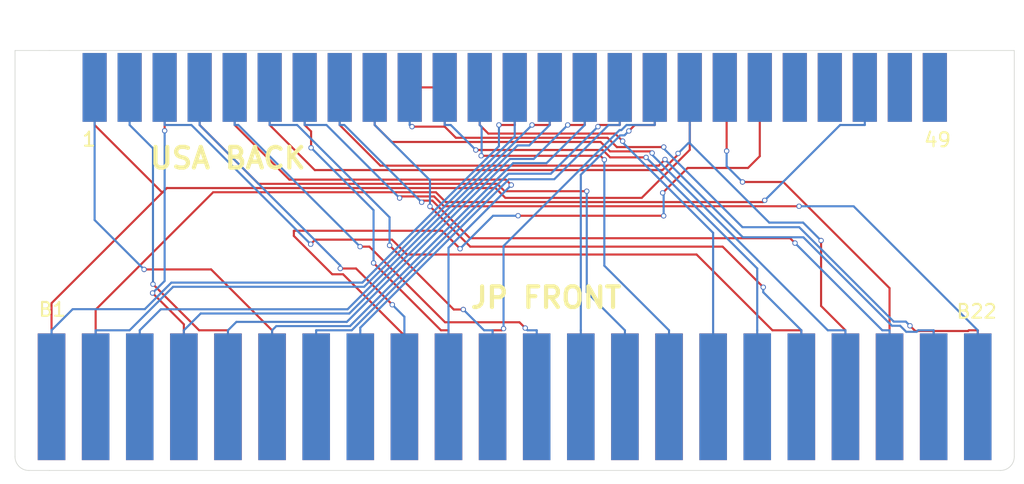
<source format=kicad_pcb>
(kicad_pcb (version 20171130) (host pcbnew "(5.1.7)-1")

  (general
    (thickness 1.6)
    (drawings 14)
    (tracks 359)
    (zones 0)
    (modules 4)
    (nets 56)
  )

  (page A4)
  (layers
    (0 F.Cu signal)
    (31 B.Cu signal)
    (32 B.Adhes user)
    (33 F.Adhes user)
    (34 B.Paste user)
    (35 F.Paste user)
    (36 B.SilkS user)
    (37 F.SilkS user)
    (38 B.Mask user)
    (39 F.Mask user)
    (40 Dwgs.User user)
    (41 Cmts.User user hide)
    (42 Eco1.User user)
    (43 Eco2.User user)
    (44 Edge.Cuts user)
    (45 Margin user)
    (46 B.CrtYd user)
    (47 F.CrtYd user)
    (48 B.Fab user)
    (49 F.Fab user)
  )

  (setup
    (last_trace_width 0.1524)
    (user_trace_width 0.1524)
    (trace_clearance 0.1524)
    (zone_clearance 0.508)
    (zone_45_only no)
    (trace_min 0.1524)
    (via_size 0.381)
    (via_drill 0.254)
    (via_min_size 0.381)
    (via_min_drill 0.254)
    (user_via 0.381 0.254)
    (uvia_size 0.3)
    (uvia_drill 0.1)
    (uvias_allowed no)
    (uvia_min_size 0.2)
    (uvia_min_drill 0.1)
    (edge_width 0.05)
    (segment_width 0.2)
    (pcb_text_width 0.3)
    (pcb_text_size 1.5 1.5)
    (mod_edge_width 0.12)
    (mod_text_size 1 1)
    (mod_text_width 0.15)
    (pad_size 1.524 1.524)
    (pad_drill 0.762)
    (pad_to_mask_clearance 0)
    (aux_axis_origin 0 0)
    (visible_elements FFFFFF7F)
    (pcbplotparams
      (layerselection 0x010fc_ffffffff)
      (usegerberextensions true)
      (usegerberattributes false)
      (usegerberadvancedattributes false)
      (creategerberjobfile false)
      (excludeedgelayer true)
      (linewidth 0.100000)
      (plotframeref false)
      (viasonmask false)
      (mode 1)
      (useauxorigin false)
      (hpglpennumber 1)
      (hpglpenspeed 20)
      (hpglpendiameter 15.000000)
      (psnegative false)
      (psa4output false)
      (plotreference true)
      (plotvalue true)
      (plotinvisibletext false)
      (padsonsilk false)
      (subtractmaskfromsilk false)
      (outputformat 1)
      (mirror false)
      (drillshape 0)
      (scaleselection 1)
      (outputdirectory "oshpark/"))
  )

  (net 0 "")
  (net 1 "Net-(J1-Pad22)")
  (net 2 "Net-(J1-Pad21)")
  (net 3 "Net-(J1-Pad20)")
  (net 4 "Net-(J1-Pad19)")
  (net 5 "Net-(J1-Pad18)")
  (net 6 "Net-(J1-Pad17)")
  (net 7 "Net-(J1-Pad16)")
  (net 8 "Net-(J1-Pad15)")
  (net 9 "Net-(J1-Pad14)")
  (net 10 "Net-(J1-Pad13)")
  (net 11 "Net-(J1-Pad12)")
  (net 12 "Net-(J1-Pad11)")
  (net 13 "Net-(J1-Pad10)")
  (net 14 "Net-(J1-Pad9)")
  (net 15 "Net-(J1-Pad8)")
  (net 16 "Net-(J1-Pad7)")
  (net 17 "Net-(J1-Pad6)")
  (net 18 "Net-(J1-Pad5)")
  (net 19 "Net-(J1-Pad4)")
  (net 20 "Net-(J1-Pad3)")
  (net 21 "Net-(J1-Pad2)")
  (net 22 "Net-(J1-Pad1)")
  (net 23 "Net-(J2-Pad21)")
  (net 24 "Net-(J2-Pad20)")
  (net 25 "Net-(J2-Pad19)")
  (net 26 "Net-(J2-Pad18)")
  (net 27 "Net-(J2-Pad17)")
  (net 28 "Net-(J2-Pad16)")
  (net 29 "Net-(J2-Pad15)")
  (net 30 "Net-(J2-Pad14)")
  (net 31 "Net-(J2-Pad13)")
  (net 32 "Net-(J2-Pad12)")
  (net 33 "Net-(J2-Pad11)")
  (net 34 "Net-(J2-Pad10)")
  (net 35 "Net-(J2-Pad9)")
  (net 36 "Net-(J2-Pad8)")
  (net 37 "Net-(J2-Pad7)")
  (net 38 "Net-(J2-Pad6)")
  (net 39 "Net-(J2-Pad5)")
  (net 40 "Net-(J2-Pad4)")
  (net 41 "Net-(J2-Pad3)")
  (net 42 "Net-(J2-Pad2)")
  (net 43 "Net-(J2-Pad1)")
  (net 44 "Net-(J3-Pad25)")
  (net 45 "Net-(J3-Pad24)")
  (net 46 "Net-(J3-Pad23)")
  (net 47 "Net-(J3-Pad22)")
  (net 48 "Net-(J3-Pad21)")
  (net 49 "Net-(J3-Pad2)")
  (net 50 "Net-(J4-Pad25)")
  (net 51 "Net-(J4-Pad24)")
  (net 52 "Net-(J4-Pad22)")
  (net 53 "Net-(J4-Pad21)")
  (net 54 "Net-(J4-Pad20)")
  (net 55 "Net-(J4-Pad19)")

  (net_class Default "This is the default net class."
    (clearance 0.1524)
    (trace_width 0.1524)
    (via_dia 0.381)
    (via_drill 0.254)
    (uvia_dia 0.3)
    (uvia_drill 0.1)
    (add_net "Net-(J1-Pad1)")
    (add_net "Net-(J1-Pad10)")
    (add_net "Net-(J1-Pad11)")
    (add_net "Net-(J1-Pad12)")
    (add_net "Net-(J1-Pad13)")
    (add_net "Net-(J1-Pad14)")
    (add_net "Net-(J1-Pad15)")
    (add_net "Net-(J1-Pad16)")
    (add_net "Net-(J1-Pad17)")
    (add_net "Net-(J1-Pad18)")
    (add_net "Net-(J1-Pad19)")
    (add_net "Net-(J1-Pad2)")
    (add_net "Net-(J1-Pad20)")
    (add_net "Net-(J1-Pad21)")
    (add_net "Net-(J1-Pad22)")
    (add_net "Net-(J1-Pad3)")
    (add_net "Net-(J1-Pad4)")
    (add_net "Net-(J1-Pad5)")
    (add_net "Net-(J1-Pad6)")
    (add_net "Net-(J1-Pad7)")
    (add_net "Net-(J1-Pad8)")
    (add_net "Net-(J1-Pad9)")
    (add_net "Net-(J2-Pad1)")
    (add_net "Net-(J2-Pad10)")
    (add_net "Net-(J2-Pad11)")
    (add_net "Net-(J2-Pad12)")
    (add_net "Net-(J2-Pad13)")
    (add_net "Net-(J2-Pad14)")
    (add_net "Net-(J2-Pad15)")
    (add_net "Net-(J2-Pad16)")
    (add_net "Net-(J2-Pad17)")
    (add_net "Net-(J2-Pad18)")
    (add_net "Net-(J2-Pad19)")
    (add_net "Net-(J2-Pad2)")
    (add_net "Net-(J2-Pad20)")
    (add_net "Net-(J2-Pad21)")
    (add_net "Net-(J2-Pad3)")
    (add_net "Net-(J2-Pad4)")
    (add_net "Net-(J2-Pad5)")
    (add_net "Net-(J2-Pad6)")
    (add_net "Net-(J2-Pad7)")
    (add_net "Net-(J2-Pad8)")
    (add_net "Net-(J2-Pad9)")
    (add_net "Net-(J3-Pad2)")
    (add_net "Net-(J3-Pad21)")
    (add_net "Net-(J3-Pad22)")
    (add_net "Net-(J3-Pad23)")
    (add_net "Net-(J3-Pad24)")
    (add_net "Net-(J3-Pad25)")
    (add_net "Net-(J4-Pad19)")
    (add_net "Net-(J4-Pad20)")
    (add_net "Net-(J4-Pad21)")
    (add_net "Net-(J4-Pad22)")
    (add_net "Net-(J4-Pad24)")
    (add_net "Net-(J4-Pad25)")
  )

  (module sms2mk3:US_SMS (layer B.Cu) (tedit 63EF240F) (tstamp 63EFC6E9)
    (at 142.9 87.68)
    (path /63EF849B)
    (fp_text reference J4 (at 0.875 7) (layer Cmts.User)
      (effects (font (size 1 1) (thickness 0.15)) (justify mirror))
    )
    (fp_text value USA_Even (at 0.875 8) (layer B.Fab)
      (effects (font (size 1 1) (thickness 0.15)) (justify mirror))
    )
    (pad 25 smd rect (at 61.835 2.5) (size 1.75 5) (layers B.Cu B.Paste B.Mask)
      (net 50 "Net-(J4-Pad25)"))
    (pad 24 smd rect (at 59.295 2.5) (size 1.75 5) (layers B.Cu B.Paste B.Mask)
      (net 51 "Net-(J4-Pad24)"))
    (pad 23 smd rect (at 56.755 2.5) (size 1.75 5) (layers B.Cu B.Paste B.Mask)
      (net 42 "Net-(J2-Pad2)"))
    (pad 22 smd rect (at 54.215 2.5) (size 1.75 5) (layers B.Cu B.Paste B.Mask)
      (net 52 "Net-(J4-Pad22)"))
    (pad 21 smd rect (at 51.675 2.5) (size 1.75 5) (layers B.Cu B.Paste B.Mask)
      (net 53 "Net-(J4-Pad21)"))
    (pad 20 smd rect (at 49.135 2.5) (size 1.75 5) (layers B.Cu B.Paste B.Mask)
      (net 54 "Net-(J4-Pad20)"))
    (pad 19 smd rect (at 46.595 2.5) (size 1.75 5) (layers B.Cu B.Paste B.Mask)
      (net 55 "Net-(J4-Pad19)"))
    (pad 18 smd rect (at 44.055 2.5) (size 1.75 5) (layers B.Cu B.Paste B.Mask)
      (net 25 "Net-(J2-Pad19)"))
    (pad 17 smd rect (at 41.515 2.5) (size 1.75 5) (layers B.Cu B.Paste B.Mask)
      (net 33 "Net-(J2-Pad11)"))
    (pad 16 smd rect (at 38.975 2.5) (size 1.75 5) (layers B.Cu B.Paste B.Mask)
      (net 15 "Net-(J1-Pad8)"))
    (pad 15 smd rect (at 36.435 2.5) (size 1.75 5) (layers B.Cu B.Paste B.Mask)
      (net 17 "Net-(J1-Pad6)"))
    (pad 14 smd rect (at 33.895 2.5) (size 1.75 5) (layers B.Cu B.Paste B.Mask)
      (net 19 "Net-(J1-Pad4)"))
    (pad 13 smd rect (at 31.355 2.5) (size 1.75 5) (layers B.Cu B.Paste B.Mask)
      (net 21 "Net-(J1-Pad2)"))
    (pad 12 smd rect (at 28.815 2.5) (size 1.75 5) (layers B.Cu B.Paste B.Mask)
      (net 8 "Net-(J1-Pad15)"))
    (pad 11 smd rect (at 26.275 2.5) (size 1.75 5) (layers B.Cu B.Paste B.Mask)
      (net 6 "Net-(J1-Pad17)"))
    (pad 10 smd rect (at 23.735 2.5) (size 1.75 5) (layers B.Cu B.Paste B.Mask)
      (net 23 "Net-(J2-Pad21)"))
    (pad 9 smd rect (at 21.195 2.5) (size 1.75 5) (layers B.Cu B.Paste B.Mask)
      (net 5 "Net-(J1-Pad18)"))
    (pad 8 smd rect (at 18.655 2.5) (size 1.75 5) (layers B.Cu B.Paste B.Mask)
      (net 3 "Net-(J1-Pad20)"))
    (pad 7 smd rect (at 16.115 2.5) (size 1.75 5) (layers B.Cu B.Paste B.Mask)
      (net 1 "Net-(J1-Pad22)"))
    (pad 6 smd rect (at 13.575 2.5) (size 1.75 5) (layers B.Cu B.Paste B.Mask)
      (net 12 "Net-(J1-Pad11)"))
    (pad 5 smd rect (at 11.035 2.5) (size 1.75 5) (layers B.Cu B.Paste B.Mask)
      (net 11 "Net-(J1-Pad12)"))
    (pad 4 smd rect (at 8.495 2.5) (size 1.75 5) (layers B.Cu B.Paste B.Mask)
      (net 14 "Net-(J1-Pad9)"))
    (pad 3 smd rect (at 5.955 2.5) (size 1.75 5) (layers B.Cu B.Paste B.Mask)
      (net 26 "Net-(J2-Pad18)"))
    (pad 2 smd rect (at 3.415 2.5) (size 1.75 5) (layers B.Cu B.Paste B.Mask)
      (net 39 "Net-(J2-Pad5)"))
    (pad 1 smd rect (at 0.875 2.5) (size 1.75 5) (layers B.Cu B.Paste B.Mask)
      (net 38 "Net-(J2-Pad6)"))
  )

  (module sms2mk3:US_SMS (layer F.Cu) (tedit 63EF240F) (tstamp 63EFC6CC)
    (at 142.9 92.68)
    (path /63EF73E4)
    (fp_text reference J3 (at 0.875 -7) (layer Cmts.User)
      (effects (font (size 1 1) (thickness 0.15)))
    )
    (fp_text value USA_Odd (at 0.875 -8) (layer F.Fab)
      (effects (font (size 1 1) (thickness 0.15)))
    )
    (pad 25 smd rect (at 61.835 -2.5) (size 1.75 5) (layers F.Cu F.Paste F.Mask)
      (net 44 "Net-(J3-Pad25)"))
    (pad 24 smd rect (at 59.295 -2.5) (size 1.75 5) (layers F.Cu F.Paste F.Mask)
      (net 45 "Net-(J3-Pad24)"))
    (pad 23 smd rect (at 56.755 -2.5) (size 1.75 5) (layers F.Cu F.Paste F.Mask)
      (net 46 "Net-(J3-Pad23)"))
    (pad 22 smd rect (at 54.215 -2.5) (size 1.75 5) (layers F.Cu F.Paste F.Mask)
      (net 47 "Net-(J3-Pad22)"))
    (pad 21 smd rect (at 51.675 -2.5) (size 1.75 5) (layers F.Cu F.Paste F.Mask)
      (net 48 "Net-(J3-Pad21)"))
    (pad 20 smd rect (at 49.135 -2.5) (size 1.75 5) (layers F.Cu F.Paste F.Mask)
      (net 35 "Net-(J2-Pad9)"))
    (pad 19 smd rect (at 46.595 -2.5) (size 1.75 5) (layers F.Cu F.Paste F.Mask)
      (net 24 "Net-(J2-Pad20)"))
    (pad 18 smd rect (at 44.055 -2.5) (size 1.75 5) (layers F.Cu F.Paste F.Mask)
      (net 43 "Net-(J2-Pad1)"))
    (pad 17 smd rect (at 41.515 -2.5) (size 1.75 5) (layers F.Cu F.Paste F.Mask)
      (net 10 "Net-(J1-Pad13)"))
    (pad 16 smd rect (at 38.975 -2.5) (size 1.75 5) (layers F.Cu F.Paste F.Mask)
      (net 16 "Net-(J1-Pad7)"))
    (pad 15 smd rect (at 36.435 -2.5) (size 1.75 5) (layers F.Cu F.Paste F.Mask)
      (net 18 "Net-(J1-Pad5)"))
    (pad 14 smd rect (at 33.895 -2.5) (size 1.75 5) (layers F.Cu F.Paste F.Mask)
      (net 20 "Net-(J1-Pad3)"))
    (pad 13 smd rect (at 31.355 -2.5) (size 1.75 5) (layers F.Cu F.Paste F.Mask)
      (net 22 "Net-(J1-Pad1)"))
    (pad 12 smd rect (at 28.815 -2.5) (size 1.75 5) (layers F.Cu F.Paste F.Mask)
      (net 7 "Net-(J1-Pad16)"))
    (pad 11 smd rect (at 26.275 -2.5) (size 1.75 5) (layers F.Cu F.Paste F.Mask)
      (net 23 "Net-(J2-Pad21)"))
    (pad 10 smd rect (at 23.735 -2.5) (size 1.75 5) (layers F.Cu F.Paste F.Mask)
      (net 23 "Net-(J2-Pad21)"))
    (pad 9 smd rect (at 21.195 -2.5) (size 1.75 5) (layers F.Cu F.Paste F.Mask)
      (net 4 "Net-(J1-Pad19)"))
    (pad 8 smd rect (at 18.655 -2.5) (size 1.75 5) (layers F.Cu F.Paste F.Mask)
      (net 2 "Net-(J1-Pad21)"))
    (pad 7 smd rect (at 16.115 -2.5) (size 1.75 5) (layers F.Cu F.Paste F.Mask)
      (net 34 "Net-(J2-Pad10)"))
    (pad 6 smd rect (at 13.575 -2.5) (size 1.75 5) (layers F.Cu F.Paste F.Mask)
      (net 25 "Net-(J2-Pad19)"))
    (pad 5 smd rect (at 11.035 -2.5) (size 1.75 5) (layers F.Cu F.Paste F.Mask)
      (net 13 "Net-(J1-Pad10)"))
    (pad 4 smd rect (at 8.495 -2.5) (size 1.75 5) (layers F.Cu F.Paste F.Mask)
      (net 9 "Net-(J1-Pad14)"))
    (pad 3 smd rect (at 5.955 -2.5) (size 1.75 5) (layers F.Cu F.Paste F.Mask)
      (net 40 "Net-(J2-Pad4)"))
    (pad 2 smd rect (at 3.415 -2.5) (size 1.75 5) (layers F.Cu F.Paste F.Mask)
      (net 49 "Net-(J3-Pad2)"))
    (pad 1 smd rect (at 0.875 -2.5) (size 1.75 5) (layers F.Cu F.Paste F.Mask)
      (net 43 "Net-(J2-Pad1)"))
  )

  (module sms2mk3:JP_SMS (layer F.Cu) (tedit 63EF227C) (tstamp 63EFC973)
    (at 139.65 117.3)
    (path /63EF3D2A)
    (fp_text reference J2 (at 1 -9.15) (layer Cmts.User)
      (effects (font (size 1 1) (thickness 0.15)))
    )
    (fp_text value JP_Odd (at 1 -10.15) (layer F.Fab)
      (effects (font (size 1 1) (thickness 0.15)))
    )
    (pad 22 smd rect (at 68.2 -4.65) (size 2 9.2) (layers F.Cu F.Paste F.Mask)
      (net 23 "Net-(J2-Pad21)"))
    (pad 21 smd rect (at 65 -4.65) (size 2 9.2) (layers F.Cu F.Paste F.Mask)
      (net 23 "Net-(J2-Pad21)"))
    (pad 20 smd rect (at 61.8 -4.65) (size 2 9.2) (layers F.Cu F.Paste F.Mask)
      (net 24 "Net-(J2-Pad20)"))
    (pad 19 smd rect (at 58.6 -4.65) (size 2 9.2) (layers F.Cu F.Paste F.Mask)
      (net 25 "Net-(J2-Pad19)"))
    (pad 18 smd rect (at 55.4 -4.65) (size 2 9.2) (layers F.Cu F.Paste F.Mask)
      (net 26 "Net-(J2-Pad18)"))
    (pad 17 smd rect (at 52.2 -4.65) (size 2 9.2) (layers F.Cu F.Paste F.Mask)
      (net 27 "Net-(J2-Pad17)"))
    (pad 16 smd rect (at 49 -4.65) (size 2 9.2) (layers F.Cu F.Paste F.Mask)
      (net 28 "Net-(J2-Pad16)"))
    (pad 15 smd rect (at 45.8 -4.65) (size 2 9.2) (layers F.Cu F.Paste F.Mask)
      (net 29 "Net-(J2-Pad15)"))
    (pad 14 smd rect (at 42.6 -4.65) (size 2 9.2) (layers F.Cu F.Paste F.Mask)
      (net 30 "Net-(J2-Pad14)"))
    (pad 13 smd rect (at 39.4 -4.65) (size 2 9.2) (layers F.Cu F.Paste F.Mask)
      (net 31 "Net-(J2-Pad13)"))
    (pad 12 smd rect (at 36.2 -4.65) (size 2 9.2) (layers F.Cu F.Paste F.Mask)
      (net 32 "Net-(J2-Pad12)"))
    (pad 11 smd rect (at 33 -4.65) (size 2 9.2) (layers F.Cu F.Paste F.Mask)
      (net 33 "Net-(J2-Pad11)"))
    (pad 10 smd rect (at 29.8 -4.65) (size 2 9.2) (layers F.Cu F.Paste F.Mask)
      (net 34 "Net-(J2-Pad10)"))
    (pad 9 smd rect (at 26.6 -4.65) (size 2 9.2) (layers F.Cu F.Paste F.Mask)
      (net 35 "Net-(J2-Pad9)"))
    (pad 8 smd rect (at 23.4 -4.65) (size 2 9.2) (layers F.Cu F.Paste F.Mask)
      (net 36 "Net-(J2-Pad8)"))
    (pad 7 smd rect (at 20.2 -4.65) (size 2 9.2) (layers F.Cu F.Paste F.Mask)
      (net 37 "Net-(J2-Pad7)"))
    (pad 6 smd rect (at 17 -4.65) (size 2 9.2) (layers F.Cu F.Paste F.Mask)
      (net 38 "Net-(J2-Pad6)"))
    (pad 5 smd rect (at 13.8 -4.65) (size 2 9.2) (layers F.Cu F.Paste F.Mask)
      (net 39 "Net-(J2-Pad5)"))
    (pad 4 smd rect (at 10.6 -4.65) (size 2 9.2) (layers F.Cu F.Paste F.Mask)
      (net 40 "Net-(J2-Pad4)"))
    (pad 3 smd rect (at 7.4 -4.65) (size 2 9.2) (layers F.Cu F.Paste F.Mask)
      (net 41 "Net-(J2-Pad3)"))
    (pad 2 smd rect (at 4.2 -4.65) (size 2 9.2) (layers F.Cu F.Paste F.Mask)
      (net 42 "Net-(J2-Pad2)"))
    (pad 1 smd rect (at 1 -4.65) (size 2 9.2) (layers F.Cu F.Paste F.Mask)
      (net 43 "Net-(J2-Pad1)"))
  )

  (module sms2mk3:JP_SMS (layer B.Cu) (tedit 63EF227C) (tstamp 63EFC928)
    (at 139.65 108)
    (path /63EF2026)
    (fp_text reference J1 (at 1 9.15) (layer Cmts.User)
      (effects (font (size 1 1) (thickness 0.15)) (justify mirror))
    )
    (fp_text value JP_Even (at 1 10.15) (layer B.Fab)
      (effects (font (size 1 1) (thickness 0.15)) (justify mirror))
    )
    (pad 22 smd rect (at 68.2 4.65) (size 2 9.2) (layers B.Cu B.Paste B.Mask)
      (net 1 "Net-(J1-Pad22)"))
    (pad 21 smd rect (at 65 4.65) (size 2 9.2) (layers B.Cu B.Paste B.Mask)
      (net 2 "Net-(J1-Pad21)"))
    (pad 20 smd rect (at 61.8 4.65) (size 2 9.2) (layers B.Cu B.Paste B.Mask)
      (net 3 "Net-(J1-Pad20)"))
    (pad 19 smd rect (at 58.6 4.65) (size 2 9.2) (layers B.Cu B.Paste B.Mask)
      (net 4 "Net-(J1-Pad19)"))
    (pad 18 smd rect (at 55.4 4.65) (size 2 9.2) (layers B.Cu B.Paste B.Mask)
      (net 5 "Net-(J1-Pad18)"))
    (pad 17 smd rect (at 52.2 4.65) (size 2 9.2) (layers B.Cu B.Paste B.Mask)
      (net 6 "Net-(J1-Pad17)"))
    (pad 16 smd rect (at 49 4.65) (size 2 9.2) (layers B.Cu B.Paste B.Mask)
      (net 7 "Net-(J1-Pad16)"))
    (pad 15 smd rect (at 45.8 4.65) (size 2 9.2) (layers B.Cu B.Paste B.Mask)
      (net 8 "Net-(J1-Pad15)"))
    (pad 14 smd rect (at 42.6 4.65) (size 2 9.2) (layers B.Cu B.Paste B.Mask)
      (net 9 "Net-(J1-Pad14)"))
    (pad 13 smd rect (at 39.4 4.65) (size 2 9.2) (layers B.Cu B.Paste B.Mask)
      (net 10 "Net-(J1-Pad13)"))
    (pad 12 smd rect (at 36.2 4.65) (size 2 9.2) (layers B.Cu B.Paste B.Mask)
      (net 11 "Net-(J1-Pad12)"))
    (pad 11 smd rect (at 33 4.65) (size 2 9.2) (layers B.Cu B.Paste B.Mask)
      (net 12 "Net-(J1-Pad11)"))
    (pad 10 smd rect (at 29.8 4.65) (size 2 9.2) (layers B.Cu B.Paste B.Mask)
      (net 13 "Net-(J1-Pad10)"))
    (pad 9 smd rect (at 26.6 4.65) (size 2 9.2) (layers B.Cu B.Paste B.Mask)
      (net 14 "Net-(J1-Pad9)"))
    (pad 8 smd rect (at 23.4 4.65) (size 2 9.2) (layers B.Cu B.Paste B.Mask)
      (net 15 "Net-(J1-Pad8)"))
    (pad 7 smd rect (at 20.2 4.65) (size 2 9.2) (layers B.Cu B.Paste B.Mask)
      (net 16 "Net-(J1-Pad7)"))
    (pad 6 smd rect (at 17 4.65) (size 2 9.2) (layers B.Cu B.Paste B.Mask)
      (net 17 "Net-(J1-Pad6)"))
    (pad 5 smd rect (at 13.8 4.65) (size 2 9.2) (layers B.Cu B.Paste B.Mask)
      (net 18 "Net-(J1-Pad5)"))
    (pad 4 smd rect (at 10.6 4.65) (size 2 9.2) (layers B.Cu B.Paste B.Mask)
      (net 19 "Net-(J1-Pad4)"))
    (pad 3 smd rect (at 7.4 4.65) (size 2 9.2) (layers B.Cu B.Paste B.Mask)
      (net 20 "Net-(J1-Pad3)"))
    (pad 2 smd rect (at 4.2 4.65) (size 2 9.2) (layers B.Cu B.Paste B.Mask)
      (net 21 "Net-(J1-Pad2)"))
    (pad 1 smd rect (at 1 4.65) (size 2 9.2) (layers B.Cu B.Paste B.Mask)
      (net 22 "Net-(J1-Pad1)"))
  )

  (gr_text B22 (at 207.77 106.45) (layer F.SilkS)
    (effects (font (size 1 1) (thickness 0.15)))
  )
  (gr_text B1 (at 140.7 106.31) (layer F.SilkS)
    (effects (font (size 1 1) (thickness 0.15)))
  )
  (gr_text 49 (at 204.93 93.99) (layer F.SilkS)
    (effects (font (size 1.016 1.016) (thickness 0.1524)))
  )
  (gr_text 1 (at 143.37 93.95) (layer F.SilkS)
    (effects (font (size 1.016 1.016) (thickness 0.1524)))
  )
  (gr_text "USA BACK" (at 153.44 95.32) (layer F.SilkS)
    (effects (font (size 1.5 1.5) (thickness 0.3)))
  )
  (gr_text "JP FRONT" (at 176.53 105.45) (layer F.SilkS)
    (effects (font (size 1.5 1.5) (thickness 0.3)))
  )
  (gr_arc (start 209.5 117) (end 209.5 118) (angle -90) (layer Edge.Cuts) (width 0.05))
  (gr_arc (start 139 117) (end 138 117) (angle -90) (layer Edge.Cuts) (width 0.05))
  (gr_line (start 210.5 117) (end 210.5 87.5) (layer Edge.Cuts) (width 0.05) (tstamp 63EFC589))
  (gr_line (start 138 87.5) (end 140.5 87.5) (layer Edge.Cuts) (width 0.05) (tstamp 63EFC56C))
  (gr_line (start 140.5 87.5) (end 210.5 87.5) (layer Edge.Cuts) (width 0.05) (tstamp 63EFC56B))
  (gr_line (start 140.5 118) (end 209.5 118) (layer Edge.Cuts) (width 0.05))
  (gr_line (start 139 118) (end 140.5 118) (layer Edge.Cuts) (width 0.05))
  (gr_line (start 138 117) (end 138 87.5) (layer Edge.Cuts) (width 0.05))

  (segment (start 165.9014 98.2143) (end 166.0165 98.0992) (width 0.1524) (layer F.Cu) (net 1))
  (segment (start 166.0165 98.0992) (end 168.4071 98.0992) (width 0.1524) (layer F.Cu) (net 1))
  (segment (start 168.4071 98.0992) (end 169.1208 98.8129) (width 0.1524) (layer F.Cu) (net 1))
  (segment (start 169.1208 98.8129) (end 194.8835 98.8129) (width 0.1524) (layer F.Cu) (net 1))
  (segment (start 207.85 107.8211) (end 198.8418 98.8129) (width 0.1524) (layer B.Cu) (net 1))
  (segment (start 198.8418 98.8129) (end 194.8835 98.8129) (width 0.1524) (layer B.Cu) (net 1))
  (segment (start 159.015 92.9089) (end 160.596 92.9089) (width 0.1524) (layer B.Cu) (net 1))
  (segment (start 160.596 92.9089) (end 165.9014 98.2143) (width 0.1524) (layer B.Cu) (net 1))
  (segment (start 159.015 90.18) (end 159.015 92.9089) (width 0.1524) (layer B.Cu) (net 1))
  (segment (start 207.85 112.65) (end 207.85 107.8211) (width 0.1524) (layer B.Cu) (net 1))
  (via (at 165.9014 98.2143) (size 0.381) (layers F.Cu B.Cu) (net 1))
  (via (at 194.8835 98.8129) (size 0.381) (layers F.Cu B.Cu) (net 1))
  (segment (start 185.1558 95.4136) (end 184.708 95.8614) (width 0.1524) (layer F.Cu) (net 2))
  (segment (start 184.708 95.8614) (end 164.5075 95.8614) (width 0.1524) (layer F.Cu) (net 2))
  (segment (start 164.5075 95.8614) (end 161.555 92.9089) (width 0.1524) (layer F.Cu) (net 2))
  (segment (start 204.65 112.65) (end 204.65 107.8211) (width 0.1524) (layer B.Cu) (net 2))
  (segment (start 161.555 90.18) (end 161.555 92.9089) (width 0.1524) (layer F.Cu) (net 2))
  (segment (start 204.65 107.8211) (end 203.5303 107.8211) (width 0.1524) (layer B.Cu) (net 2))
  (segment (start 203.5303 107.8211) (end 203.4211 107.9303) (width 0.1524) (layer B.Cu) (net 2))
  (segment (start 203.4211 107.9303) (end 202.6574 107.9303) (width 0.1524) (layer B.Cu) (net 2))
  (segment (start 202.6574 107.9303) (end 202.2196 107.4925) (width 0.1524) (layer B.Cu) (net 2))
  (segment (start 202.2196 107.4925) (end 201.6221 107.4925) (width 0.1524) (layer B.Cu) (net 2))
  (segment (start 201.6221 107.4925) (end 195.1972 101.0676) (width 0.1524) (layer B.Cu) (net 2))
  (segment (start 195.1972 101.0676) (end 190.8098 101.0676) (width 0.1524) (layer B.Cu) (net 2))
  (segment (start 190.8098 101.0676) (end 185.1558 95.4136) (width 0.1524) (layer B.Cu) (net 2))
  (via (at 185.1558 95.4136) (size 0.381) (layers F.Cu B.Cu) (net 2))
  (segment (start 167.5038 98.5224) (end 167.6219 98.4043) (width 0.1524) (layer F.Cu) (net 3))
  (segment (start 167.6219 98.4043) (end 168.2806 98.4043) (width 0.1524) (layer F.Cu) (net 3))
  (segment (start 168.2806 98.4043) (end 171.0102 101.1339) (width 0.1524) (layer F.Cu) (net 3))
  (segment (start 171.0102 101.1339) (end 194.2386 101.1339) (width 0.1524) (layer F.Cu) (net 3))
  (segment (start 194.2386 101.1339) (end 194.5917 101.487) (width 0.1524) (layer F.Cu) (net 3))
  (segment (start 201.45 107.8211) (end 200.9258 107.8211) (width 0.1524) (layer B.Cu) (net 3))
  (segment (start 200.9258 107.8211) (end 194.5917 101.487) (width 0.1524) (layer B.Cu) (net 3))
  (segment (start 161.555 92.9089) (end 161.8903 92.9089) (width 0.1524) (layer B.Cu) (net 3))
  (segment (start 161.8903 92.9089) (end 167.5038 98.5224) (width 0.1524) (layer B.Cu) (net 3))
  (segment (start 161.555 90.18) (end 161.555 92.9089) (width 0.1524) (layer B.Cu) (net 3))
  (segment (start 201.45 112.65) (end 201.45 107.8211) (width 0.1524) (layer B.Cu) (net 3))
  (via (at 167.5038 98.5224) (size 0.381) (layers F.Cu B.Cu) (net 3))
  (via (at 194.5917 101.487) (size 0.381) (layers F.Cu B.Cu) (net 3))
  (segment (start 184.2246 94.9481) (end 184.2246 95.0756) (width 0.1524) (layer B.Cu) (net 4))
  (segment (start 184.2246 95.0756) (end 196.9701 107.8211) (width 0.1524) (layer B.Cu) (net 4))
  (segment (start 196.9701 107.8211) (end 198.25 107.8211) (width 0.1524) (layer B.Cu) (net 4))
  (segment (start 164.095 92.9089) (end 165.3294 94.1433) (width 0.1524) (layer F.Cu) (net 4))
  (segment (start 165.3294 94.1433) (end 180.4902 94.1433) (width 0.1524) (layer F.Cu) (net 4))
  (segment (start 180.4902 94.1433) (end 181.1743 94.8274) (width 0.1524) (layer F.Cu) (net 4))
  (segment (start 181.1743 94.8274) (end 184.1039 94.8274) (width 0.1524) (layer F.Cu) (net 4))
  (segment (start 184.1039 94.8274) (end 184.2246 94.9481) (width 0.1524) (layer F.Cu) (net 4))
  (segment (start 198.25 112.65) (end 198.25 107.8211) (width 0.1524) (layer B.Cu) (net 4))
  (segment (start 164.095 90.18) (end 164.095 92.9089) (width 0.1524) (layer F.Cu) (net 4))
  (via (at 184.2246 94.9481) (size 0.381) (layers F.Cu B.Cu) (net 4))
  (segment (start 164.095 92.9089) (end 168.1067 96.9206) (width 0.1524) (layer B.Cu) (net 5))
  (segment (start 168.1067 96.9206) (end 168.1067 98.8237) (width 0.1524) (layer B.Cu) (net 5))
  (segment (start 192.287 104.6927) (end 189.3385 101.7442) (width 0.1524) (layer F.Cu) (net 5))
  (segment (start 189.3385 101.7442) (end 171.0272 101.7442) (width 0.1524) (layer F.Cu) (net 5))
  (segment (start 171.0272 101.7442) (end 168.1067 98.8237) (width 0.1524) (layer F.Cu) (net 5))
  (segment (start 195.05 107.8211) (end 192.287 105.0581) (width 0.1524) (layer B.Cu) (net 5))
  (segment (start 192.287 105.0581) (end 192.287 104.6927) (width 0.1524) (layer B.Cu) (net 5))
  (segment (start 195.05 112.65) (end 195.05 107.8211) (width 0.1524) (layer B.Cu) (net 5))
  (segment (start 164.095 90.18) (end 164.095 92.9089) (width 0.1524) (layer B.Cu) (net 5))
  (via (at 168.1067 98.8237) (size 0.381) (layers F.Cu B.Cu) (net 5))
  (via (at 192.287 104.6927) (size 0.381) (layers F.Cu B.Cu) (net 5))
  (segment (start 171.4334 94.7267) (end 180.6421 94.7267) (width 0.1524) (layer F.Cu) (net 6))
  (segment (start 180.6421 94.7267) (end 181.1787 95.2633) (width 0.1524) (layer F.Cu) (net 6))
  (segment (start 181.1787 95.2633) (end 183.7848 95.2633) (width 0.1524) (layer F.Cu) (net 6))
  (segment (start 191.85 107.8211) (end 191.85 103.3285) (width 0.1524) (layer B.Cu) (net 6))
  (segment (start 191.85 103.3285) (end 183.7848 95.2633) (width 0.1524) (layer B.Cu) (net 6))
  (segment (start 169.175 92.9089) (end 169.6156 92.9089) (width 0.1524) (layer B.Cu) (net 6))
  (segment (start 169.6156 92.9089) (end 171.4334 94.7267) (width 0.1524) (layer B.Cu) (net 6))
  (segment (start 169.175 90.18) (end 169.175 92.9089) (width 0.1524) (layer B.Cu) (net 6))
  (segment (start 191.85 112.65) (end 191.85 107.8211) (width 0.1524) (layer B.Cu) (net 6))
  (via (at 171.4334 94.7267) (size 0.381) (layers F.Cu B.Cu) (net 6))
  (via (at 183.7848 95.2633) (size 0.381) (layers F.Cu B.Cu) (net 6))
  (segment (start 182.0834 94.0827) (end 182.0834 94.1774) (width 0.1524) (layer B.Cu) (net 7))
  (segment (start 182.0834 94.1774) (end 188.65 100.744) (width 0.1524) (layer B.Cu) (net 7))
  (segment (start 188.65 100.744) (end 188.65 112.65) (width 0.1524) (layer B.Cu) (net 7))
  (segment (start 182.0834 94.0827) (end 181.5336 93.5329) (width 0.1524) (layer F.Cu) (net 7))
  (segment (start 181.5336 93.5329) (end 172.339 93.5329) (width 0.1524) (layer F.Cu) (net 7))
  (segment (start 172.339 93.5329) (end 171.715 92.9089) (width 0.1524) (layer F.Cu) (net 7))
  (segment (start 171.715 90.18) (end 171.715 92.9089) (width 0.1524) (layer F.Cu) (net 7))
  (via (at 182.0834 94.0827) (size 0.381) (layers F.Cu B.Cu) (net 7))
  (segment (start 171.8198 95.1461) (end 180.4682 95.1461) (width 0.1524) (layer F.Cu) (net 8))
  (segment (start 180.4682 95.1461) (end 180.757 95.4349) (width 0.1524) (layer F.Cu) (net 8))
  (segment (start 185.45 107.8211) (end 180.757 103.1281) (width 0.1524) (layer B.Cu) (net 8))
  (segment (start 180.757 103.1281) (end 180.757 95.4349) (width 0.1524) (layer B.Cu) (net 8))
  (segment (start 171.715 92.9089) (end 171.8544 93.0483) (width 0.1524) (layer B.Cu) (net 8))
  (segment (start 171.8544 93.0483) (end 171.8544 95.1115) (width 0.1524) (layer B.Cu) (net 8))
  (segment (start 171.8544 95.1115) (end 171.8198 95.1461) (width 0.1524) (layer B.Cu) (net 8))
  (segment (start 185.45 112.65) (end 185.45 107.8211) (width 0.1524) (layer B.Cu) (net 8))
  (segment (start 171.715 90.18) (end 171.715 92.9089) (width 0.1524) (layer B.Cu) (net 8))
  (via (at 171.8198 95.1461) (size 0.381) (layers F.Cu B.Cu) (net 8))
  (via (at 180.757 95.4349) (size 0.381) (layers F.Cu B.Cu) (net 8))
  (segment (start 151.395 92.9089) (end 155.6699 97.1838) (width 0.1524) (layer F.Cu) (net 9))
  (segment (start 155.6699 97.1838) (end 172.9876 97.1838) (width 0.1524) (layer F.Cu) (net 9))
  (segment (start 172.9876 97.1838) (end 173.524 97.7202) (width 0.1524) (layer F.Cu) (net 9))
  (segment (start 173.524 97.7202) (end 179.481 97.7202) (width 0.1524) (layer F.Cu) (net 9))
  (segment (start 182.25 107.8211) (end 179.481 105.0521) (width 0.1524) (layer B.Cu) (net 9))
  (segment (start 179.481 105.0521) (end 179.481 97.7202) (width 0.1524) (layer B.Cu) (net 9))
  (segment (start 182.25 112.65) (end 182.25 107.8211) (width 0.1524) (layer B.Cu) (net 9))
  (segment (start 151.395 90.18) (end 151.395 92.9089) (width 0.1524) (layer F.Cu) (net 9))
  (via (at 179.481 97.7202) (size 0.381) (layers F.Cu B.Cu) (net 9))
  (segment (start 182.5362 93.3442) (end 182.2171 93.6633) (width 0.1524) (layer B.Cu) (net 10))
  (segment (start 182.2171 93.6633) (end 181.9096 93.6633) (width 0.1524) (layer B.Cu) (net 10))
  (segment (start 181.9096 93.6633) (end 179.05 96.5229) (width 0.1524) (layer B.Cu) (net 10))
  (segment (start 179.05 96.5229) (end 179.05 107.8211) (width 0.1524) (layer B.Cu) (net 10))
  (segment (start 184.415 92.9089) (end 182.9715 92.9089) (width 0.1524) (layer F.Cu) (net 10))
  (segment (start 182.9715 92.9089) (end 182.5362 93.3442) (width 0.1524) (layer F.Cu) (net 10))
  (segment (start 179.05 112.65) (end 179.05 107.8211) (width 0.1524) (layer B.Cu) (net 10))
  (segment (start 184.415 90.18) (end 184.415 92.9089) (width 0.1524) (layer F.Cu) (net 10))
  (via (at 182.5362 93.3442) (size 0.381) (layers F.Cu B.Cu) (net 10))
  (segment (start 175.85 112.65) (end 175.85 107.8211) (width 0.1524) (layer B.Cu) (net 11))
  (segment (start 153.935 90.18) (end 153.935 92.9089) (width 0.1524) (layer B.Cu) (net 11))
  (segment (start 163.0358 101.7449) (end 154.1998 92.9089) (width 0.1524) (layer B.Cu) (net 11))
  (segment (start 154.1998 92.9089) (end 153.935 92.9089) (width 0.1524) (layer B.Cu) (net 11))
  (segment (start 175.017 107.6573) (end 174.5979 107.2382) (width 0.1524) (layer F.Cu) (net 11))
  (segment (start 174.5979 107.2382) (end 169.2026 107.2382) (width 0.1524) (layer F.Cu) (net 11))
  (segment (start 169.2026 107.2382) (end 163.7093 101.7449) (width 0.1524) (layer F.Cu) (net 11))
  (segment (start 163.7093 101.7449) (end 163.0358 101.7449) (width 0.1524) (layer F.Cu) (net 11))
  (segment (start 175.85 107.8211) (end 175.1808 107.8211) (width 0.1524) (layer B.Cu) (net 11))
  (segment (start 175.1808 107.8211) (end 175.017 107.6573) (width 0.1524) (layer B.Cu) (net 11))
  (via (at 163.0358 101.7449) (size 0.381) (layers F.Cu B.Cu) (net 11))
  (via (at 175.017 107.6573) (size 0.381) (layers F.Cu B.Cu) (net 11))
  (segment (start 172.65 112.65) (end 172.65 107.8211) (width 0.1524) (layer B.Cu) (net 12))
  (segment (start 156.475 90.18) (end 156.475 92.9089) (width 0.1524) (layer B.Cu) (net 12))
  (segment (start 165.1744 101.6556) (end 165.1744 99.6143) (width 0.1524) (layer B.Cu) (net 12))
  (segment (start 165.1744 99.6143) (end 158.469 92.9089) (width 0.1524) (layer B.Cu) (net 12))
  (segment (start 158.469 92.9089) (end 156.475 92.9089) (width 0.1524) (layer B.Cu) (net 12))
  (segment (start 170.5235 106.3103) (end 169.8291 106.3103) (width 0.1524) (layer F.Cu) (net 12))
  (segment (start 169.8291 106.3103) (end 165.1744 101.6556) (width 0.1524) (layer F.Cu) (net 12))
  (segment (start 172.65 107.8211) (end 172.0343 107.8211) (width 0.1524) (layer B.Cu) (net 12))
  (segment (start 172.0343 107.8211) (end 170.5235 106.3103) (width 0.1524) (layer B.Cu) (net 12))
  (via (at 165.1744 101.6556) (size 0.381) (layers F.Cu B.Cu) (net 12))
  (via (at 170.5235 106.3103) (size 0.381) (layers F.Cu B.Cu) (net 12))
  (segment (start 153.935 90.18) (end 153.935 92.9089) (width 0.1524) (layer F.Cu) (net 13))
  (segment (start 174.0036 97.2711) (end 173.6111 96.8786) (width 0.1524) (layer F.Cu) (net 13))
  (segment (start 173.6111 96.8786) (end 157.9047 96.8786) (width 0.1524) (layer F.Cu) (net 13))
  (segment (start 157.9047 96.8786) (end 153.935 92.9089) (width 0.1524) (layer F.Cu) (net 13))
  (via (at 174.0036 97.2711) (size 0.381) (layers F.Cu B.Cu) (net 13))
  (segment (start 169.45 101.8247) (end 174.0036 97.2711) (width 0.1524) (layer B.Cu) (net 13))
  (segment (start 169.45 112.65) (end 169.45 101.8247) (width 0.1524) (layer B.Cu) (net 13))
  (segment (start 165.3743 105.9636) (end 162.7448 103.3341) (width 0.1524) (layer F.Cu) (net 14))
  (segment (start 162.7448 103.3341) (end 161.5985 103.3341) (width 0.1524) (layer F.Cu) (net 14))
  (segment (start 166.25 107.8211) (end 166.25 106.8393) (width 0.1524) (layer B.Cu) (net 14))
  (segment (start 166.25 106.8393) (end 165.3743 105.9636) (width 0.1524) (layer B.Cu) (net 14))
  (segment (start 166.25 112.65) (end 166.25 107.8211) (width 0.1524) (layer B.Cu) (net 14))
  (segment (start 151.395 92.9089) (end 161.5985 103.1124) (width 0.1524) (layer B.Cu) (net 14))
  (segment (start 161.5985 103.1124) (end 161.5985 103.3341) (width 0.1524) (layer B.Cu) (net 14))
  (segment (start 151.395 90.18) (end 151.395 92.9089) (width 0.1524) (layer B.Cu) (net 14))
  (via (at 161.5985 103.3341) (size 0.381) (layers F.Cu B.Cu) (net 14))
  (via (at 165.3743 105.9636) (size 0.381) (layers F.Cu B.Cu) (net 14))
  (segment (start 181.875 92.9089) (end 181.0661 92.9089) (width 0.1524) (layer B.Cu) (net 15))
  (segment (start 181.0661 92.9089) (end 177.1233 96.8517) (width 0.1524) (layer B.Cu) (net 15))
  (segment (start 177.1233 96.8517) (end 173.8298 96.8517) (width 0.1524) (layer B.Cu) (net 15))
  (segment (start 173.8298 96.8517) (end 163.05 107.6315) (width 0.1524) (layer B.Cu) (net 15))
  (segment (start 163.05 107.6315) (end 163.05 107.8211) (width 0.1524) (layer B.Cu) (net 15))
  (segment (start 181.875 90.18) (end 181.875 92.9089) (width 0.1524) (layer B.Cu) (net 15))
  (segment (start 163.05 112.65) (end 163.05 107.8211) (width 0.1524) (layer B.Cu) (net 15))
  (segment (start 180.2937 93.0284) (end 176.8736 96.4485) (width 0.1524) (layer B.Cu) (net 16))
  (segment (start 176.8736 96.4485) (end 173.8014 96.4485) (width 0.1524) (layer B.Cu) (net 16))
  (segment (start 173.8014 96.4485) (end 162.4288 107.8211) (width 0.1524) (layer B.Cu) (net 16))
  (segment (start 162.4288 107.8211) (end 159.85 107.8211) (width 0.1524) (layer B.Cu) (net 16))
  (segment (start 180.2937 93.0284) (end 180.4132 92.9089) (width 0.1524) (layer F.Cu) (net 16))
  (segment (start 180.4132 92.9089) (end 181.875 92.9089) (width 0.1524) (layer F.Cu) (net 16))
  (segment (start 159.85 112.65) (end 159.85 107.8211) (width 0.1524) (layer B.Cu) (net 16))
  (segment (start 181.875 90.18) (end 181.875 92.9089) (width 0.1524) (layer F.Cu) (net 16))
  (via (at 180.2937 93.0284) (size 0.381) (layers F.Cu B.Cu) (net 16))
  (segment (start 179.335 92.9089) (end 176.5624 95.6815) (width 0.1524) (layer B.Cu) (net 17))
  (segment (start 176.5624 95.6815) (end 174.1368 95.6815) (width 0.1524) (layer B.Cu) (net 17))
  (segment (start 174.1368 95.6815) (end 162.3023 107.516) (width 0.1524) (layer B.Cu) (net 17))
  (segment (start 162.3023 107.516) (end 156.9551 107.516) (width 0.1524) (layer B.Cu) (net 17))
  (segment (start 156.9551 107.516) (end 156.65 107.8211) (width 0.1524) (layer B.Cu) (net 17))
  (segment (start 156.65 112.65) (end 156.65 107.8211) (width 0.1524) (layer B.Cu) (net 17))
  (segment (start 179.335 90.18) (end 179.335 92.9089) (width 0.1524) (layer B.Cu) (net 17))
  (segment (start 178.1016 92.9089) (end 175.6342 95.3763) (width 0.1524) (layer B.Cu) (net 18))
  (segment (start 175.6342 95.3763) (end 173.9095 95.3763) (width 0.1524) (layer B.Cu) (net 18))
  (segment (start 173.9095 95.3763) (end 162.075 107.2108) (width 0.1524) (layer B.Cu) (net 18))
  (segment (start 162.075 107.2108) (end 154.0603 107.2108) (width 0.1524) (layer B.Cu) (net 18))
  (segment (start 154.0603 107.2108) (end 153.45 107.8211) (width 0.1524) (layer B.Cu) (net 18))
  (segment (start 179.335 92.9089) (end 178.1016 92.9089) (width 0.1524) (layer F.Cu) (net 18))
  (segment (start 153.45 112.65) (end 153.45 107.8211) (width 0.1524) (layer B.Cu) (net 18))
  (segment (start 179.335 90.18) (end 179.335 92.9089) (width 0.1524) (layer F.Cu) (net 18))
  (via (at 178.1016 92.9089) (size 0.381) (layers F.Cu B.Cu) (net 18))
  (segment (start 176.795 92.9089) (end 175.3107 94.3932) (width 0.1524) (layer B.Cu) (net 19))
  (segment (start 175.3107 94.3932) (end 174.4609 94.3932) (width 0.1524) (layer B.Cu) (net 19))
  (segment (start 174.4609 94.3932) (end 162.2534 106.6007) (width 0.1524) (layer B.Cu) (net 19))
  (segment (start 162.2534 106.6007) (end 151.4704 106.6007) (width 0.1524) (layer B.Cu) (net 19))
  (segment (start 151.4704 106.6007) (end 150.25 107.8211) (width 0.1524) (layer B.Cu) (net 19))
  (segment (start 150.25 112.65) (end 150.25 107.8211) (width 0.1524) (layer B.Cu) (net 19))
  (segment (start 176.795 90.18) (end 176.795 92.9089) (width 0.1524) (layer B.Cu) (net 19))
  (segment (start 175.5135 92.9089) (end 162.1269 106.2955) (width 0.1524) (layer B.Cu) (net 20))
  (segment (start 162.1269 106.2955) (end 148.5756 106.2955) (width 0.1524) (layer B.Cu) (net 20))
  (segment (start 148.5756 106.2955) (end 147.05 107.8211) (width 0.1524) (layer B.Cu) (net 20))
  (segment (start 176.795 92.9089) (end 175.5135 92.9089) (width 0.1524) (layer F.Cu) (net 20))
  (segment (start 147.05 112.65) (end 147.05 107.8211) (width 0.1524) (layer B.Cu) (net 20))
  (segment (start 176.795 90.18) (end 176.795 92.9089) (width 0.1524) (layer F.Cu) (net 20))
  (via (at 175.5135 92.9089) (size 0.381) (layers F.Cu B.Cu) (net 20))
  (segment (start 174.255 92.9089) (end 174.255 93.7358) (width 0.1524) (layer B.Cu) (net 21))
  (segment (start 174.255 93.7358) (end 163.33 104.6608) (width 0.1524) (layer B.Cu) (net 21))
  (segment (start 163.33 104.6608) (end 149.4719 104.6608) (width 0.1524) (layer B.Cu) (net 21))
  (segment (start 149.4719 104.6608) (end 146.3116 107.8211) (width 0.1524) (layer B.Cu) (net 21))
  (segment (start 146.3116 107.8211) (end 143.85 107.8211) (width 0.1524) (layer B.Cu) (net 21))
  (segment (start 174.255 90.18) (end 174.255 92.9089) (width 0.1524) (layer B.Cu) (net 21))
  (segment (start 143.85 112.65) (end 143.85 107.8211) (width 0.1524) (layer B.Cu) (net 21))
  (segment (start 173.1096 92.9089) (end 173.1096 94.4496) (width 0.1524) (layer B.Cu) (net 22))
  (segment (start 173.1096 94.4496) (end 163.2035 104.3557) (width 0.1524) (layer B.Cu) (net 22))
  (segment (start 163.2035 104.3557) (end 149.3454 104.3557) (width 0.1524) (layer B.Cu) (net 22))
  (segment (start 149.3454 104.3557) (end 147.4129 106.2882) (width 0.1524) (layer B.Cu) (net 22))
  (segment (start 147.4129 106.2882) (end 142.1829 106.2882) (width 0.1524) (layer B.Cu) (net 22))
  (segment (start 142.1829 106.2882) (end 140.65 107.8211) (width 0.1524) (layer B.Cu) (net 22))
  (segment (start 174.255 92.9089) (end 173.1096 92.9089) (width 0.1524) (layer F.Cu) (net 22))
  (segment (start 140.65 112.65) (end 140.65 107.8211) (width 0.1524) (layer B.Cu) (net 22))
  (segment (start 174.255 90.18) (end 174.255 92.9089) (width 0.1524) (layer F.Cu) (net 22))
  (via (at 173.1096 92.9089) (size 0.381) (layers F.Cu B.Cu) (net 22))
  (segment (start 202.9317 107.4925) (end 202.6266 107.1874) (width 0.1524) (layer B.Cu) (net 23))
  (segment (start 202.6266 107.1874) (end 201.7487 107.1874) (width 0.1524) (layer B.Cu) (net 23))
  (segment (start 201.7487 107.1874) (end 194.8957 100.3344) (width 0.1524) (layer B.Cu) (net 23))
  (segment (start 194.8957 100.3344) (end 190.781 100.3344) (width 0.1524) (layer B.Cu) (net 23))
  (segment (start 190.781 100.3344) (end 185.067 94.6204) (width 0.1524) (layer B.Cu) (net 23))
  (segment (start 185.067 94.6204) (end 185.067 94.5122) (width 0.1524) (layer B.Cu) (net 23))
  (segment (start 204.65 107.8718) (end 203.311 107.8718) (width 0.1524) (layer F.Cu) (net 23))
  (segment (start 203.311 107.8718) (end 202.9317 107.4925) (width 0.1524) (layer F.Cu) (net 23))
  (segment (start 169.175 93.0293) (end 169.9838 93.8381) (width 0.1524) (layer F.Cu) (net 23))
  (segment (start 169.9838 93.8381) (end 180.9898 93.8381) (width 0.1524) (layer F.Cu) (net 23))
  (segment (start 180.9898 93.8381) (end 181.6639 94.5122) (width 0.1524) (layer F.Cu) (net 23))
  (segment (start 181.6639 94.5122) (end 185.067 94.5122) (width 0.1524) (layer F.Cu) (net 23))
  (segment (start 169.175 93.0293) (end 169.175 92.9089) (width 0.1524) (layer F.Cu) (net 23))
  (segment (start 166.805 93.0293) (end 169.175 93.0293) (width 0.1524) (layer F.Cu) (net 23))
  (segment (start 166.635 90.18) (end 169.175 90.18) (width 0.1524) (layer F.Cu) (net 23))
  (segment (start 169.175 90.18) (end 169.175 92.9089) (width 0.1524) (layer F.Cu) (net 23))
  (segment (start 166.805 93.0293) (end 166.6846 92.9089) (width 0.1524) (layer B.Cu) (net 23))
  (segment (start 166.6846 92.9089) (end 166.635 92.9089) (width 0.1524) (layer B.Cu) (net 23))
  (segment (start 166.635 90.18) (end 166.635 92.9089) (width 0.1524) (layer B.Cu) (net 23))
  (segment (start 204.65 112.65) (end 204.65 107.8718) (width 0.1524) (layer F.Cu) (net 23))
  (via (at 185.067 94.5122) (size 0.381) (layers F.Cu B.Cu) (net 23))
  (via (at 202.9317 107.4925) (size 0.381) (layers F.Cu B.Cu) (net 23))
  (via (at 166.805 93.0293) (size 0.381) (layers F.Cu B.Cu) (net 23))
  (segment (start 207.1524 107.8718) (end 204.65 107.8718) (width 0.1524) (layer F.Cu) (net 23))
  (segment (start 207.2031 107.8211) (end 207.1524 107.8718) (width 0.1524) (layer F.Cu) (net 23))
  (segment (start 207.85 107.8211) (end 207.2031 107.8211) (width 0.1524) (layer F.Cu) (net 23))
  (segment (start 207.85 112.65) (end 207.85 107.8211) (width 0.1524) (layer F.Cu) (net 23))
  (via (at 190.78 97.05) (size 0.381) (drill 0.254) (layers F.Cu B.Cu) (net 24))
  (segment (start 193.74087 97.05) (end 190.78 97.05) (width 0.1524) (layer F.Cu) (net 24))
  (segment (start 201.45 104.75913) (end 193.74087 97.05) (width 0.1524) (layer F.Cu) (net 24))
  (segment (start 201.45 112.65) (end 201.45 104.75913) (width 0.1524) (layer F.Cu) (net 24))
  (via (at 189.63 94.8) (size 0.381) (drill 0.254) (layers F.Cu B.Cu) (net 24))
  (segment (start 189.63 95.9) (end 189.63 94.8) (width 0.1524) (layer B.Cu) (net 24))
  (segment (start 190.78 97.05) (end 189.63 95.9) (width 0.1524) (layer B.Cu) (net 24))
  (segment (start 189.63 90.315) (end 189.495 90.18) (width 0.1524) (layer F.Cu) (net 24))
  (segment (start 189.63 94.8) (end 189.63 90.315) (width 0.1524) (layer F.Cu) (net 24))
  (segment (start 186.1064 94.9735) (end 186.1064 95.0579) (width 0.1524) (layer F.Cu) (net 25))
  (segment (start 186.1064 95.0579) (end 184.9791 96.1852) (width 0.1524) (layer F.Cu) (net 25))
  (segment (start 184.9791 96.1852) (end 159.7513 96.1852) (width 0.1524) (layer F.Cu) (net 25))
  (segment (start 159.7513 96.1852) (end 156.475 92.9089) (width 0.1524) (layer F.Cu) (net 25))
  (segment (start 198.25 107.8211) (end 196.4826 106.0537) (width 0.1524) (layer F.Cu) (net 25))
  (segment (start 196.4826 106.0537) (end 196.4826 101.3028) (width 0.1524) (layer F.Cu) (net 25))
  (segment (start 186.955 94.2316) (end 192.7219 99.9985) (width 0.1524) (layer B.Cu) (net 25))
  (segment (start 192.7219 99.9985) (end 195.1783 99.9985) (width 0.1524) (layer B.Cu) (net 25))
  (segment (start 195.1783 99.9985) (end 196.4826 101.3028) (width 0.1524) (layer B.Cu) (net 25))
  (segment (start 186.955 94.2316) (end 186.8483 94.2316) (width 0.1524) (layer B.Cu) (net 25))
  (segment (start 186.8483 94.2316) (end 186.1064 94.9735) (width 0.1524) (layer B.Cu) (net 25))
  (segment (start 186.955 92.9089) (end 186.955 94.2316) (width 0.1524) (layer B.Cu) (net 25))
  (segment (start 156.475 90.18) (end 156.475 92.9089) (width 0.1524) (layer F.Cu) (net 25))
  (segment (start 186.955 90.18) (end 186.955 92.9089) (width 0.1524) (layer B.Cu) (net 25))
  (segment (start 198.25 112.65) (end 198.25 107.8211) (width 0.1524) (layer F.Cu) (net 25))
  (via (at 186.1064 94.9735) (size 0.381) (layers F.Cu B.Cu) (net 25))
  (via (at 196.4826 101.3028) (size 0.381) (layers F.Cu B.Cu) (net 25))
  (segment (start 195.05 107.8211) (end 192.9524 107.8211) (width 0.1524) (layer F.Cu) (net 26))
  (segment (start 192.9524 107.8211) (end 187.4488 102.3175) (width 0.1524) (layer F.Cu) (net 26))
  (segment (start 187.4488 102.3175) (end 166.4296 102.3175) (width 0.1524) (layer F.Cu) (net 26))
  (segment (start 166.4296 102.3175) (end 165.3483 101.2362) (width 0.1524) (layer F.Cu) (net 26))
  (segment (start 165.3483 101.2362) (end 159.7825 101.2362) (width 0.1524) (layer F.Cu) (net 26))
  (segment (start 159.7825 101.2362) (end 159.4519 101.5668) (width 0.1524) (layer F.Cu) (net 26))
  (segment (start 148.855 92.9089) (end 150.794 92.9089) (width 0.1524) (layer B.Cu) (net 26))
  (segment (start 150.794 92.9089) (end 159.4519 101.5668) (width 0.1524) (layer B.Cu) (net 26))
  (segment (start 148.855 90.18) (end 148.855 92.9089) (width 0.1524) (layer B.Cu) (net 26))
  (segment (start 195.05 112.65) (end 195.05 107.8211) (width 0.1524) (layer F.Cu) (net 26))
  (via (at 159.4519 101.5668) (size 0.381) (layers F.Cu B.Cu) (net 26))
  (segment (start 184.415 92.9089) (end 182.367 92.9089) (width 0.1524) (layer B.Cu) (net 33))
  (segment (start 182.367 92.9089) (end 181.996 93.2799) (width 0.1524) (layer B.Cu) (net 33))
  (segment (start 181.996 93.2799) (end 181.8614 93.2799) (width 0.1524) (layer B.Cu) (net 33))
  (segment (start 181.8614 93.2799) (end 173.444 101.6973) (width 0.1524) (layer B.Cu) (net 33))
  (segment (start 173.444 101.6973) (end 173.444 107.6982) (width 0.1524) (layer B.Cu) (net 33))
  (segment (start 172.65 107.8211) (end 173.3211 107.8211) (width 0.1524) (layer F.Cu) (net 33))
  (segment (start 173.3211 107.8211) (end 173.444 107.6982) (width 0.1524) (layer F.Cu) (net 33))
  (segment (start 184.415 90.18) (end 184.415 92.9089) (width 0.1524) (layer B.Cu) (net 33))
  (segment (start 172.65 112.65) (end 172.65 107.8211) (width 0.1524) (layer F.Cu) (net 33))
  (via (at 173.444 107.6982) (size 0.381) (layers F.Cu B.Cu) (net 33))
  (segment (start 159.4811 94.5653) (end 164.0132 99.0974) (width 0.1524) (layer B.Cu) (net 34))
  (segment (start 164.0132 99.0974) (end 164.0132 102.9291) (width 0.1524) (layer B.Cu) (net 34))
  (segment (start 169.45 107.8211) (end 168.9052 107.8211) (width 0.1524) (layer F.Cu) (net 34))
  (segment (start 168.9052 107.8211) (end 164.0132 102.9291) (width 0.1524) (layer F.Cu) (net 34))
  (segment (start 159.4811 94.5653) (end 159.4811 93.375) (width 0.1524) (layer F.Cu) (net 34))
  (segment (start 159.4811 93.375) (end 159.015 92.9089) (width 0.1524) (layer F.Cu) (net 34))
  (segment (start 169.45 112.65) (end 169.45 107.8211) (width 0.1524) (layer F.Cu) (net 34))
  (segment (start 159.015 90.18) (end 159.015 92.9089) (width 0.1524) (layer F.Cu) (net 34))
  (via (at 159.4811 94.5653) (size 0.381) (layers F.Cu B.Cu) (net 34))
  (via (at 164.0132 102.9291) (size 0.381) (layers F.Cu B.Cu) (net 34))
  (via (at 174.5 99.5) (size 0.381) (drill 0.254) (layers F.Cu B.Cu) (net 35))
  (segment (start 172.6884 99.5) (end 174.5 99.5) (width 0.1524) (layer B.Cu) (net 35))
  (segment (start 170.29 101.8984) (end 172.6884 99.5) (width 0.1524) (layer B.Cu) (net 35))
  (via (at 185.06 99.51) (size 0.381) (drill 0.254) (layers F.Cu B.Cu) (net 35))
  (segment (start 185.05 99.5) (end 185.06 99.51) (width 0.1524) (layer F.Cu) (net 35))
  (segment (start 174.5 99.5) (end 185.05 99.5) (width 0.1524) (layer F.Cu) (net 35))
  (via (at 184.99 97.84) (size 0.381) (drill 0.254) (layers F.Cu B.Cu) (net 35))
  (segment (start 185.06 97.91) (end 184.99 97.84) (width 0.1524) (layer B.Cu) (net 35))
  (segment (start 185.06 99.51) (end 185.06 97.91) (width 0.1524) (layer B.Cu) (net 35))
  (segment (start 186.8 96.03) (end 191.18 96.03) (width 0.1524) (layer F.Cu) (net 35))
  (segment (start 184.99 97.84) (end 186.8 96.03) (width 0.1524) (layer F.Cu) (net 35))
  (segment (start 161.803201 103.753201) (end 161.018031 103.753201) (width 0.1524) (layer F.Cu) (net 35))
  (segment (start 158.23 100.96517) (end 158.23 100.59) (width 0.1524) (layer F.Cu) (net 35))
  (segment (start 166.25 108.2) (end 161.803201 103.753201) (width 0.1524) (layer F.Cu) (net 35))
  (segment (start 166.25 112.65) (end 166.25 108.2) (width 0.1524) (layer F.Cu) (net 35))
  (segment (start 161.018031 103.753201) (end 158.23 100.96517) (width 0.1524) (layer F.Cu) (net 35))
  (segment (start 158.23 100.59) (end 168.9816 100.59) (width 0.1524) (layer F.Cu) (net 35))
  (segment (start 168.9816 100.59) (end 170.29 101.8984) (width 0.1524) (layer F.Cu) (net 35))
  (via (at 170.29 101.8984) (size 0.381) (drill 0.254) (layers F.Cu B.Cu) (net 35))
  (segment (start 192.035 95.175) (end 191.18 96.03) (width 0.1524) (layer F.Cu) (net 35))
  (segment (start 192.035 90.18) (end 192.035 95.175) (width 0.1524) (layer F.Cu) (net 35))
  (segment (start 156.65 112.65) (end 156.65 107.8211) (width 0.1524) (layer F.Cu) (net 38))
  (segment (start 147.3648 103.4001) (end 143.775 99.8103) (width 0.1524) (layer B.Cu) (net 38))
  (segment (start 143.775 99.8103) (end 143.775 90.18) (width 0.1524) (layer B.Cu) (net 38))
  (segment (start 156.65 107.8211) (end 152.229 103.4001) (width 0.1524) (layer F.Cu) (net 38))
  (segment (start 152.229 103.4001) (end 147.3648 103.4001) (width 0.1524) (layer F.Cu) (net 38))
  (via (at 147.3648 103.4001) (size 0.381) (layers F.Cu B.Cu) (net 38))
  (segment (start 153.45 107.8211) (end 151.3583 107.8211) (width 0.1524) (layer F.Cu) (net 39))
  (segment (start 151.3583 107.8211) (end 148.0093 104.4721) (width 0.1524) (layer F.Cu) (net 39))
  (segment (start 146.315 92.9089) (end 148.0093 94.6032) (width 0.1524) (layer B.Cu) (net 39))
  (segment (start 148.0093 94.6032) (end 148.0093 104.4721) (width 0.1524) (layer B.Cu) (net 39))
  (segment (start 146.315 90.18) (end 146.315 92.9089) (width 0.1524) (layer B.Cu) (net 39))
  (segment (start 153.45 112.65) (end 153.45 107.8211) (width 0.1524) (layer F.Cu) (net 39))
  (via (at 148.0093 104.4721) (size 0.381) (layers F.Cu B.Cu) (net 39))
  (segment (start 148.855 93.3284) (end 148.855 90.18) (width 0.1524) (layer F.Cu) (net 40))
  (segment (start 147.9793 105.1152) (end 148.855 104.2395) (width 0.1524) (layer B.Cu) (net 40))
  (segment (start 148.855 104.2395) (end 148.855 93.3284) (width 0.1524) (layer B.Cu) (net 40))
  (segment (start 150.25 107.8211) (end 150.25 107.3859) (width 0.1524) (layer F.Cu) (net 40))
  (segment (start 150.25 107.3859) (end 147.9793 105.1152) (width 0.1524) (layer F.Cu) (net 40))
  (segment (start 150.25 112.65) (end 150.25 107.8211) (width 0.1524) (layer F.Cu) (net 40))
  (via (at 148.855 93.3284) (size 0.381) (layers F.Cu B.Cu) (net 40))
  (via (at 147.9793 105.1152) (size 0.381) (layers F.Cu B.Cu) (net 40))
  (segment (start 143.85 112.65) (end 143.85 106.3202) (width 0.1524) (layer F.Cu) (net 42))
  (segment (start 143.85 106.3202) (end 152.3761 97.7941) (width 0.1524) (layer F.Cu) (net 42))
  (segment (start 152.3761 97.7941) (end 168.5336 97.7941) (width 0.1524) (layer F.Cu) (net 42))
  (segment (start 168.5336 97.7941) (end 169.2473 98.5078) (width 0.1524) (layer F.Cu) (net 42))
  (segment (start 169.2473 98.5078) (end 192.2656 98.5078) (width 0.1524) (layer F.Cu) (net 42))
  (segment (start 192.2656 98.5078) (end 192.3909 98.3825) (width 0.1524) (layer F.Cu) (net 42))
  (segment (start 199.655 92.9089) (end 197.8645 92.9089) (width 0.1524) (layer B.Cu) (net 42))
  (segment (start 197.8645 92.9089) (end 192.3909 98.3825) (width 0.1524) (layer B.Cu) (net 42))
  (segment (start 199.655 90.18) (end 199.655 92.9089) (width 0.1524) (layer B.Cu) (net 42))
  (via (at 192.3909 98.3825) (size 0.381) (layers F.Cu B.Cu) (net 42))
  (segment (start 148.6846 97.8185) (end 149.0141 97.489) (width 0.1524) (layer F.Cu) (net 43))
  (segment (start 149.0141 97.489) (end 172.8613 97.489) (width 0.1524) (layer F.Cu) (net 43))
  (segment (start 172.8613 97.489) (end 173.575 98.2027) (width 0.1524) (layer F.Cu) (net 43))
  (segment (start 173.575 98.2027) (end 183.4705 98.2027) (width 0.1524) (layer F.Cu) (net 43))
  (segment (start 183.4705 98.2027) (end 186.955 94.7182) (width 0.1524) (layer F.Cu) (net 43))
  (segment (start 186.955 94.7182) (end 186.955 92.9089) (width 0.1524) (layer F.Cu) (net 43))
  (segment (start 143.775 92.9089) (end 148.6846 97.8185) (width 0.1524) (layer F.Cu) (net 43))
  (segment (start 140.65 112.65) (end 140.65 105.8531) (width 0.1524) (layer F.Cu) (net 43))
  (segment (start 140.65 105.8531) (end 148.6846 97.8185) (width 0.1524) (layer F.Cu) (net 43))
  (segment (start 186.955 90.18) (end 186.955 92.9089) (width 0.1524) (layer F.Cu) (net 43))
  (segment (start 143.775 90.18) (end 143.775 92.9089) (width 0.1524) (layer F.Cu) (net 43))

  (zone (net 0) (net_name "") (layer F.Mask) (tstamp 63EFD2E7) (hatch edge 0.508)
    (connect_pads (clearance 0.508))
    (min_thickness 0.254)
    (fill yes (arc_segments 32) (thermal_gap 0.508) (thermal_bridge_width 0.508))
    (polygon
      (pts
        (xy 211.23 118.72) (xy 136.91 118.72) (xy 136.91 108.05) (xy 211.23 108.05)
      )
    )
    (filled_polygon
      (pts
        (xy 210.5 117) (xy 210.480785 117.19509) (xy 210.42388 117.382683) (xy 210.33147 117.55557) (xy 210.207107 117.707107)
        (xy 210.05557 117.83147) (xy 209.882683 117.92388) (xy 209.69509 117.980785) (xy 209.5 118) (xy 139 118)
        (xy 138.80491 117.980785) (xy 138.617317 117.92388) (xy 138.44443 117.83147) (xy 138.292893 117.707107) (xy 138.16853 117.55557)
        (xy 138.07612 117.382683) (xy 138.019215 117.19509) (xy 138 117) (xy 138 108.177) (xy 210.5 108.177)
      )
    )
  )
  (zone (net 0) (net_name "") (layer B.Mask) (tstamp 63EFD2E4) (hatch edge 0.508)
    (connect_pads (clearance 0.508))
    (min_thickness 0.254)
    (fill yes (arc_segments 32) (thermal_gap 0.508) (thermal_bridge_width 0.508))
    (polygon
      (pts
        (xy 136.91 118.72) (xy 211.23 118.72) (xy 211.23 108.05) (xy 136.91 108.05)
      )
    )
    (filled_polygon
      (pts
        (xy 210.5 117) (xy 210.480785 117.19509) (xy 210.42388 117.382683) (xy 210.33147 117.55557) (xy 210.207107 117.707107)
        (xy 210.05557 117.83147) (xy 209.882683 117.92388) (xy 209.69509 117.980785) (xy 209.5 118) (xy 139 118)
        (xy 138.80491 117.980785) (xy 138.617317 117.92388) (xy 138.44443 117.83147) (xy 138.292893 117.707107) (xy 138.16853 117.55557)
        (xy 138.07612 117.382683) (xy 138.019215 117.19509) (xy 138 117) (xy 138 108.177) (xy 210.5 108.177)
      )
    )
  )
)

</source>
